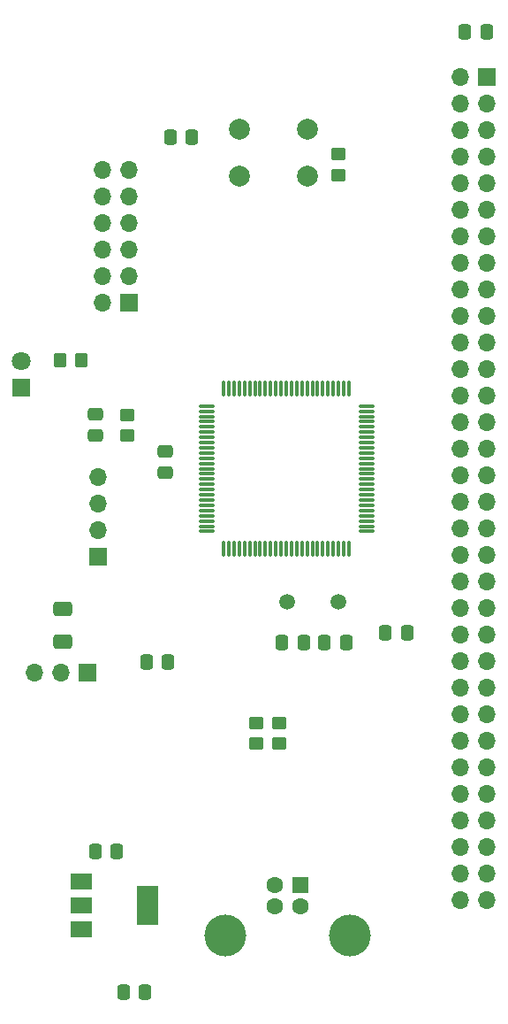
<source format=gts>
G04 #@! TF.GenerationSoftware,KiCad,Pcbnew,(6.0.1)*
G04 #@! TF.CreationDate,2022-09-17T15:02:50-04:00*
G04 #@! TF.ProjectId,LB-Logic-01,4c422d4c-6f67-4696-932d-30312e6b6963,1*
G04 #@! TF.SameCoordinates,Original*
G04 #@! TF.FileFunction,Soldermask,Top*
G04 #@! TF.FilePolarity,Negative*
%FSLAX46Y46*%
G04 Gerber Fmt 4.6, Leading zero omitted, Abs format (unit mm)*
G04 Created by KiCad (PCBNEW (6.0.1)) date 2022-09-17 15:02:50*
%MOMM*%
%LPD*%
G01*
G04 APERTURE LIST*
G04 Aperture macros list*
%AMRoundRect*
0 Rectangle with rounded corners*
0 $1 Rounding radius*
0 $2 $3 $4 $5 $6 $7 $8 $9 X,Y pos of 4 corners*
0 Add a 4 corners polygon primitive as box body*
4,1,4,$2,$3,$4,$5,$6,$7,$8,$9,$2,$3,0*
0 Add four circle primitives for the rounded corners*
1,1,$1+$1,$2,$3*
1,1,$1+$1,$4,$5*
1,1,$1+$1,$6,$7*
1,1,$1+$1,$8,$9*
0 Add four rect primitives between the rounded corners*
20,1,$1+$1,$2,$3,$4,$5,0*
20,1,$1+$1,$4,$5,$6,$7,0*
20,1,$1+$1,$6,$7,$8,$9,0*
20,1,$1+$1,$8,$9,$2,$3,0*%
G04 Aperture macros list end*
%ADD10R,1.700000X1.700000*%
%ADD11O,1.700000X1.700000*%
%ADD12RoundRect,0.075000X-0.662500X-0.075000X0.662500X-0.075000X0.662500X0.075000X-0.662500X0.075000X0*%
%ADD13RoundRect,0.075000X-0.075000X-0.662500X0.075000X-0.662500X0.075000X0.662500X-0.075000X0.662500X0*%
%ADD14RoundRect,0.250000X0.337500X0.475000X-0.337500X0.475000X-0.337500X-0.475000X0.337500X-0.475000X0*%
%ADD15RoundRect,0.250000X-0.350000X-0.450000X0.350000X-0.450000X0.350000X0.450000X-0.350000X0.450000X0*%
%ADD16R,2.000000X1.500000*%
%ADD17R,2.000000X3.800000*%
%ADD18RoundRect,0.250000X-0.337500X-0.475000X0.337500X-0.475000X0.337500X0.475000X-0.337500X0.475000X0*%
%ADD19RoundRect,0.250000X0.475000X-0.337500X0.475000X0.337500X-0.475000X0.337500X-0.475000X-0.337500X0*%
%ADD20R,1.600000X1.600000*%
%ADD21C,1.600000*%
%ADD22C,4.000000*%
%ADD23R,1.800000X1.800000*%
%ADD24C,1.800000*%
%ADD25RoundRect,0.250000X0.450000X-0.350000X0.450000X0.350000X-0.450000X0.350000X-0.450000X-0.350000X0*%
%ADD26C,1.500000*%
%ADD27RoundRect,0.250000X-0.650000X0.412500X-0.650000X-0.412500X0.650000X-0.412500X0.650000X0.412500X0*%
%ADD28C,2.000000*%
G04 APERTURE END LIST*
D10*
X179890000Y-54615000D03*
D11*
X177350000Y-54615000D03*
X179890000Y-57155000D03*
X177350000Y-57155000D03*
X179890000Y-59695000D03*
X177350000Y-59695000D03*
X179890000Y-62235000D03*
X177350000Y-62235000D03*
X179890000Y-64775000D03*
X177350000Y-64775000D03*
X179890000Y-67315000D03*
X177350000Y-67315000D03*
X179890000Y-69855000D03*
X177350000Y-69855000D03*
X179890000Y-72395000D03*
X177350000Y-72395000D03*
X179890000Y-74935000D03*
X177350000Y-74935000D03*
X179890000Y-77475000D03*
X177350000Y-77475000D03*
X179890000Y-80015000D03*
X177350000Y-80015000D03*
X179890000Y-82555000D03*
X177350000Y-82555000D03*
X179890000Y-85095000D03*
X177350000Y-85095000D03*
X179890000Y-87635000D03*
X177350000Y-87635000D03*
X179890000Y-90175000D03*
X177350000Y-90175000D03*
X179890000Y-92715000D03*
X177350000Y-92715000D03*
X179890000Y-95255000D03*
X177350000Y-95255000D03*
X179890000Y-97795000D03*
X177350000Y-97795000D03*
X179890000Y-100335000D03*
X177350000Y-100335000D03*
X179890000Y-102875000D03*
X177350000Y-102875000D03*
X179890000Y-105415000D03*
X177350000Y-105415000D03*
X179890000Y-107955000D03*
X177350000Y-107955000D03*
X179890000Y-110495000D03*
X177350000Y-110495000D03*
X179890000Y-113035000D03*
X177350000Y-113035000D03*
X179890000Y-115575000D03*
X177350000Y-115575000D03*
X179890000Y-118115000D03*
X177350000Y-118115000D03*
X179890000Y-120655000D03*
X177350000Y-120655000D03*
X179890000Y-123195000D03*
X177350000Y-123195000D03*
X179890000Y-125735000D03*
X177350000Y-125735000D03*
X179890000Y-128275000D03*
X177350000Y-128275000D03*
X179890000Y-130815000D03*
X177350000Y-130815000D03*
X179890000Y-133355000D03*
X177350000Y-133355000D03*
D12*
X152992500Y-86075000D03*
X152992500Y-86575000D03*
X152992500Y-87075000D03*
X152992500Y-87575000D03*
X152992500Y-88075000D03*
X152992500Y-88575000D03*
X152992500Y-89075000D03*
X152992500Y-89575000D03*
X152992500Y-90075000D03*
X152992500Y-90575000D03*
X152992500Y-91075000D03*
X152992500Y-91575000D03*
X152992500Y-92075000D03*
X152992500Y-92575000D03*
X152992500Y-93075000D03*
X152992500Y-93575000D03*
X152992500Y-94075000D03*
X152992500Y-94575000D03*
X152992500Y-95075000D03*
X152992500Y-95575000D03*
X152992500Y-96075000D03*
X152992500Y-96575000D03*
X152992500Y-97075000D03*
X152992500Y-97575000D03*
X152992500Y-98075000D03*
D13*
X154655000Y-99737500D03*
X155155000Y-99737500D03*
X155655000Y-99737500D03*
X156155000Y-99737500D03*
X156655000Y-99737500D03*
X157155000Y-99737500D03*
X157655000Y-99737500D03*
X158155000Y-99737500D03*
X158655000Y-99737500D03*
X159155000Y-99737500D03*
X159655000Y-99737500D03*
X160155000Y-99737500D03*
X160655000Y-99737500D03*
X161155000Y-99737500D03*
X161655000Y-99737500D03*
X162155000Y-99737500D03*
X162655000Y-99737500D03*
X163155000Y-99737500D03*
X163655000Y-99737500D03*
X164155000Y-99737500D03*
X164655000Y-99737500D03*
X165155000Y-99737500D03*
X165655000Y-99737500D03*
X166155000Y-99737500D03*
X166655000Y-99737500D03*
D12*
X168317500Y-98075000D03*
X168317500Y-97575000D03*
X168317500Y-97075000D03*
X168317500Y-96575000D03*
X168317500Y-96075000D03*
X168317500Y-95575000D03*
X168317500Y-95075000D03*
X168317500Y-94575000D03*
X168317500Y-94075000D03*
X168317500Y-93575000D03*
X168317500Y-93075000D03*
X168317500Y-92575000D03*
X168317500Y-92075000D03*
X168317500Y-91575000D03*
X168317500Y-91075000D03*
X168317500Y-90575000D03*
X168317500Y-90075000D03*
X168317500Y-89575000D03*
X168317500Y-89075000D03*
X168317500Y-88575000D03*
X168317500Y-88075000D03*
X168317500Y-87575000D03*
X168317500Y-87075000D03*
X168317500Y-86575000D03*
X168317500Y-86075000D03*
D13*
X166655000Y-84412500D03*
X166155000Y-84412500D03*
X165655000Y-84412500D03*
X165155000Y-84412500D03*
X164655000Y-84412500D03*
X164155000Y-84412500D03*
X163655000Y-84412500D03*
X163155000Y-84412500D03*
X162655000Y-84412500D03*
X162155000Y-84412500D03*
X161655000Y-84412500D03*
X161155000Y-84412500D03*
X160655000Y-84412500D03*
X160155000Y-84412500D03*
X159655000Y-84412500D03*
X159155000Y-84412500D03*
X158655000Y-84412500D03*
X158155000Y-84412500D03*
X157655000Y-84412500D03*
X157155000Y-84412500D03*
X156655000Y-84412500D03*
X156155000Y-84412500D03*
X155655000Y-84412500D03*
X155155000Y-84412500D03*
X154655000Y-84412500D03*
D14*
X151608700Y-60350400D03*
X149533700Y-60350400D03*
D15*
X139004800Y-81707200D03*
X141004800Y-81707200D03*
D16*
X141020000Y-131558000D03*
X141020000Y-133858000D03*
X141020000Y-136158000D03*
D17*
X147320000Y-133858000D03*
D14*
X162327500Y-108712000D03*
X160252500Y-108712000D03*
D10*
X142652600Y-100523200D03*
D11*
X142652600Y-97983200D03*
X142652600Y-95443200D03*
X142652600Y-92903200D03*
D18*
X142345500Y-128651000D03*
X144420500Y-128651000D03*
D19*
X149047200Y-92477500D03*
X149047200Y-90402500D03*
D20*
X162032000Y-131896500D03*
D21*
X159532000Y-131896500D03*
X159532000Y-133896500D03*
X162032000Y-133896500D03*
D22*
X154782000Y-136756500D03*
X166782000Y-136756500D03*
D18*
X170158500Y-107746800D03*
X172233500Y-107746800D03*
D23*
X135280400Y-84333000D03*
D24*
X135280400Y-81793000D03*
D10*
X141615400Y-111601400D03*
D11*
X139075400Y-111601400D03*
X136535400Y-111601400D03*
D25*
X145440400Y-88934800D03*
X145440400Y-86934800D03*
D26*
X165645000Y-104775000D03*
X160765000Y-104775000D03*
D27*
X139192000Y-105485400D03*
X139192000Y-108610400D03*
D18*
X177778500Y-50292000D03*
X179853500Y-50292000D03*
X145063300Y-142138400D03*
X147138300Y-142138400D03*
D19*
X142392400Y-88921500D03*
X142392400Y-86846500D03*
D28*
X156160400Y-59573600D03*
X162660400Y-59573600D03*
X162660400Y-64073600D03*
X156160400Y-64073600D03*
D25*
X157784800Y-118398800D03*
X157784800Y-116398800D03*
X165608000Y-63992000D03*
X165608000Y-61992000D03*
D18*
X164316500Y-108712000D03*
X166391500Y-108712000D03*
D14*
X149322700Y-110591600D03*
X147247700Y-110591600D03*
D10*
X145604000Y-76200000D03*
D11*
X143064000Y-76200000D03*
X145604000Y-73660000D03*
X143064000Y-73660000D03*
X145604000Y-71120000D03*
X143064000Y-71120000D03*
X145604000Y-68580000D03*
X143064000Y-68580000D03*
X145604000Y-66040000D03*
X143064000Y-66040000D03*
X145604000Y-63500000D03*
X143064000Y-63500000D03*
D25*
X159969200Y-118398800D03*
X159969200Y-116398800D03*
M02*

</source>
